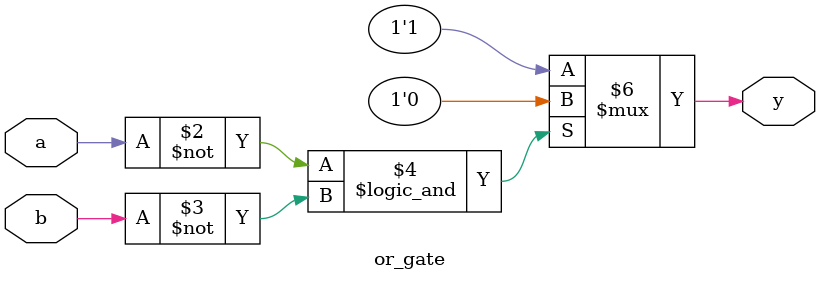
<source format=sv>
module or_gate(input a,b, output reg y);
	always @(a,b)
	begin
		if(a==1'b0 && b==1'b0)
			y =1'b0;
		else
			y =1'b1;
	end
endmodule

</source>
